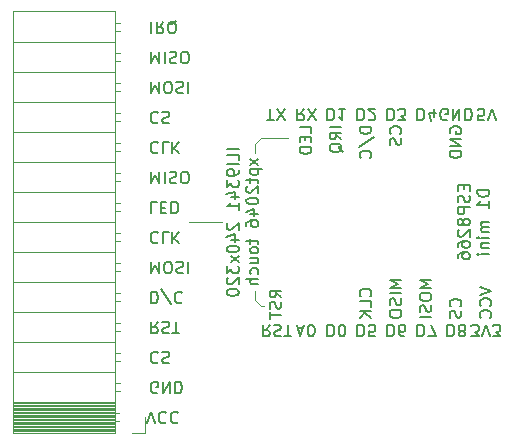
<source format=gbo>
G04 #@! TF.GenerationSoftware,KiCad,Pcbnew,(5.1.10)-1*
G04 #@! TF.CreationDate,2021-09-27T00:24:43+02:00*
G04 #@! TF.ProjectId,ili9341,696c6939-3334-4312-9e6b-696361645f70,rev?*
G04 #@! TF.SameCoordinates,Original*
G04 #@! TF.FileFunction,Legend,Bot*
G04 #@! TF.FilePolarity,Positive*
%FSLAX46Y46*%
G04 Gerber Fmt 4.6, Leading zero omitted, Abs format (unit mm)*
G04 Created by KiCad (PCBNEW (5.1.10)-1) date 2021-09-27 00:24:43*
%MOMM*%
%LPD*%
G01*
G04 APERTURE LIST*
%ADD10C,0.120000*%
%ADD11C,0.150000*%
%ADD12O,1.700000X1.700000*%
%ADD13R,1.700000X1.700000*%
%ADD14C,5.600000*%
%ADD15O,1.600000X2.000000*%
%ADD16R,2.000000X2.000000*%
G04 APERTURE END LIST*
D10*
X92710000Y-77470000D02*
X89916000Y-77470000D01*
X95504000Y-70866000D02*
X95504000Y-71628000D01*
X96012000Y-84582000D02*
X96266000Y-84582000D01*
X95504000Y-84074000D02*
X96012000Y-84582000D01*
X95504000Y-83312000D02*
X95504000Y-84074000D01*
X96012000Y-70358000D02*
X95504000Y-70866000D01*
X98298000Y-70358000D02*
X96012000Y-70358000D01*
D11*
X114514380Y-82992595D02*
X115514380Y-83325928D01*
X114514380Y-83659261D01*
X115419142Y-84564023D02*
X115466761Y-84516404D01*
X115514380Y-84373547D01*
X115514380Y-84278309D01*
X115466761Y-84135452D01*
X115371523Y-84040214D01*
X115276285Y-83992595D01*
X115085809Y-83944976D01*
X114942952Y-83944976D01*
X114752476Y-83992595D01*
X114657238Y-84040214D01*
X114562000Y-84135452D01*
X114514380Y-84278309D01*
X114514380Y-84373547D01*
X114562000Y-84516404D01*
X114609619Y-84564023D01*
X115419142Y-85564023D02*
X115466761Y-85516404D01*
X115514380Y-85373547D01*
X115514380Y-85278309D01*
X115466761Y-85135452D01*
X115371523Y-85040214D01*
X115276285Y-84992595D01*
X115085809Y-84944976D01*
X114942952Y-84944976D01*
X114752476Y-84992595D01*
X114657238Y-85040214D01*
X114562000Y-85135452D01*
X114514380Y-85278309D01*
X114514380Y-85373547D01*
X114562000Y-85516404D01*
X114609619Y-85564023D01*
X112022000Y-69947404D02*
X111974380Y-69852166D01*
X111974380Y-69709309D01*
X112022000Y-69566452D01*
X112117238Y-69471214D01*
X112212476Y-69423595D01*
X112402952Y-69375976D01*
X112545809Y-69375976D01*
X112736285Y-69423595D01*
X112831523Y-69471214D01*
X112926761Y-69566452D01*
X112974380Y-69709309D01*
X112974380Y-69804547D01*
X112926761Y-69947404D01*
X112879142Y-69995023D01*
X112545809Y-69995023D01*
X112545809Y-69804547D01*
X112974380Y-70423595D02*
X111974380Y-70423595D01*
X112974380Y-70995023D01*
X111974380Y-70995023D01*
X112974380Y-71471214D02*
X111974380Y-71471214D01*
X111974380Y-71709309D01*
X112022000Y-71852166D01*
X112117238Y-71947404D01*
X112212476Y-71995023D01*
X112402952Y-72042642D01*
X112545809Y-72042642D01*
X112736285Y-71995023D01*
X112831523Y-71947404D01*
X112926761Y-71852166D01*
X112974380Y-71709309D01*
X112974380Y-71471214D01*
X97734380Y-83849738D02*
X97258190Y-83516404D01*
X97734380Y-83278309D02*
X96734380Y-83278309D01*
X96734380Y-83659261D01*
X96782000Y-83754500D01*
X96829619Y-83802119D01*
X96924857Y-83849738D01*
X97067714Y-83849738D01*
X97162952Y-83802119D01*
X97210571Y-83754500D01*
X97258190Y-83659261D01*
X97258190Y-83278309D01*
X97686761Y-84230690D02*
X97734380Y-84373547D01*
X97734380Y-84611642D01*
X97686761Y-84706880D01*
X97639142Y-84754500D01*
X97543904Y-84802119D01*
X97448666Y-84802119D01*
X97353428Y-84754500D01*
X97305809Y-84706880D01*
X97258190Y-84611642D01*
X97210571Y-84421166D01*
X97162952Y-84325928D01*
X97115333Y-84278309D01*
X97020095Y-84230690D01*
X96924857Y-84230690D01*
X96829619Y-84278309D01*
X96782000Y-84325928D01*
X96734380Y-84421166D01*
X96734380Y-84659261D01*
X96782000Y-84802119D01*
X96734380Y-85087833D02*
X96734380Y-85659261D01*
X97734380Y-85373547D02*
X96734380Y-85373547D01*
X112879142Y-84611642D02*
X112926761Y-84564023D01*
X112974380Y-84421166D01*
X112974380Y-84325928D01*
X112926761Y-84183071D01*
X112831523Y-84087833D01*
X112736285Y-84040214D01*
X112545809Y-83992595D01*
X112402952Y-83992595D01*
X112212476Y-84040214D01*
X112117238Y-84087833D01*
X112022000Y-84183071D01*
X111974380Y-84325928D01*
X111974380Y-84421166D01*
X112022000Y-84564023D01*
X112069619Y-84611642D01*
X112926761Y-84992595D02*
X112974380Y-85135452D01*
X112974380Y-85373547D01*
X112926761Y-85468785D01*
X112879142Y-85516404D01*
X112783904Y-85564023D01*
X112688666Y-85564023D01*
X112593428Y-85516404D01*
X112545809Y-85468785D01*
X112498190Y-85373547D01*
X112450571Y-85183071D01*
X112402952Y-85087833D01*
X112355333Y-85040214D01*
X112260095Y-84992595D01*
X112164857Y-84992595D01*
X112069619Y-85040214D01*
X112022000Y-85087833D01*
X111974380Y-85183071D01*
X111974380Y-85421166D01*
X112022000Y-85564023D01*
X110434380Y-82373547D02*
X109434380Y-82373547D01*
X110148666Y-82706880D01*
X109434380Y-83040214D01*
X110434380Y-83040214D01*
X109434380Y-83706880D02*
X109434380Y-83897357D01*
X109482000Y-83992595D01*
X109577238Y-84087833D01*
X109767714Y-84135452D01*
X110101047Y-84135452D01*
X110291523Y-84087833D01*
X110386761Y-83992595D01*
X110434380Y-83897357D01*
X110434380Y-83706880D01*
X110386761Y-83611642D01*
X110291523Y-83516404D01*
X110101047Y-83468785D01*
X109767714Y-83468785D01*
X109577238Y-83516404D01*
X109482000Y-83611642D01*
X109434380Y-83706880D01*
X110386761Y-84516404D02*
X110434380Y-84659261D01*
X110434380Y-84897357D01*
X110386761Y-84992595D01*
X110339142Y-85040214D01*
X110243904Y-85087833D01*
X110148666Y-85087833D01*
X110053428Y-85040214D01*
X110005809Y-84992595D01*
X109958190Y-84897357D01*
X109910571Y-84706880D01*
X109862952Y-84611642D01*
X109815333Y-84564023D01*
X109720095Y-84516404D01*
X109624857Y-84516404D01*
X109529619Y-84564023D01*
X109482000Y-84611642D01*
X109434380Y-84706880D01*
X109434380Y-84944976D01*
X109482000Y-85087833D01*
X110434380Y-85516404D02*
X109434380Y-85516404D01*
X107894380Y-82373547D02*
X106894380Y-82373547D01*
X107608666Y-82706880D01*
X106894380Y-83040214D01*
X107894380Y-83040214D01*
X107894380Y-83516404D02*
X106894380Y-83516404D01*
X107846761Y-83944976D02*
X107894380Y-84087833D01*
X107894380Y-84325928D01*
X107846761Y-84421166D01*
X107799142Y-84468785D01*
X107703904Y-84516404D01*
X107608666Y-84516404D01*
X107513428Y-84468785D01*
X107465809Y-84421166D01*
X107418190Y-84325928D01*
X107370571Y-84135452D01*
X107322952Y-84040214D01*
X107275333Y-83992595D01*
X107180095Y-83944976D01*
X107084857Y-83944976D01*
X106989619Y-83992595D01*
X106942000Y-84040214D01*
X106894380Y-84135452D01*
X106894380Y-84373547D01*
X106942000Y-84516404D01*
X106894380Y-85135452D02*
X106894380Y-85325928D01*
X106942000Y-85421166D01*
X107037238Y-85516404D01*
X107227714Y-85564023D01*
X107561047Y-85564023D01*
X107751523Y-85516404D01*
X107846761Y-85421166D01*
X107894380Y-85325928D01*
X107894380Y-85135452D01*
X107846761Y-85040214D01*
X107751523Y-84944976D01*
X107561047Y-84897357D01*
X107227714Y-84897357D01*
X107037238Y-84944976D01*
X106942000Y-85040214D01*
X106894380Y-85135452D01*
X105259142Y-83754500D02*
X105306761Y-83706880D01*
X105354380Y-83564023D01*
X105354380Y-83468785D01*
X105306761Y-83325928D01*
X105211523Y-83230690D01*
X105116285Y-83183071D01*
X104925809Y-83135452D01*
X104782952Y-83135452D01*
X104592476Y-83183071D01*
X104497238Y-83230690D01*
X104402000Y-83325928D01*
X104354380Y-83468785D01*
X104354380Y-83564023D01*
X104402000Y-83706880D01*
X104449619Y-83754500D01*
X105354380Y-84659261D02*
X105354380Y-84183071D01*
X104354380Y-84183071D01*
X105354380Y-84992595D02*
X104354380Y-84992595D01*
X105354380Y-85564023D02*
X104782952Y-85135452D01*
X104354380Y-85564023D02*
X104925809Y-84992595D01*
X105354380Y-69423595D02*
X104354380Y-69423595D01*
X104354380Y-69661690D01*
X104402000Y-69804547D01*
X104497238Y-69899785D01*
X104592476Y-69947404D01*
X104782952Y-69995023D01*
X104925809Y-69995023D01*
X105116285Y-69947404D01*
X105211523Y-69899785D01*
X105306761Y-69804547D01*
X105354380Y-69661690D01*
X105354380Y-69423595D01*
X104306761Y-71137880D02*
X105592476Y-70280738D01*
X105259142Y-72042642D02*
X105306761Y-71995023D01*
X105354380Y-71852166D01*
X105354380Y-71756928D01*
X105306761Y-71614071D01*
X105211523Y-71518833D01*
X105116285Y-71471214D01*
X104925809Y-71423595D01*
X104782952Y-71423595D01*
X104592476Y-71471214D01*
X104497238Y-71518833D01*
X104402000Y-71614071D01*
X104354380Y-71756928D01*
X104354380Y-71852166D01*
X104402000Y-71995023D01*
X104449619Y-72042642D01*
X107799142Y-69995023D02*
X107846761Y-69947404D01*
X107894380Y-69804547D01*
X107894380Y-69709309D01*
X107846761Y-69566452D01*
X107751523Y-69471214D01*
X107656285Y-69423595D01*
X107465809Y-69375976D01*
X107322952Y-69375976D01*
X107132476Y-69423595D01*
X107037238Y-69471214D01*
X106942000Y-69566452D01*
X106894380Y-69709309D01*
X106894380Y-69804547D01*
X106942000Y-69947404D01*
X106989619Y-69995023D01*
X107846761Y-70375976D02*
X107894380Y-70518833D01*
X107894380Y-70756928D01*
X107846761Y-70852166D01*
X107799142Y-70899785D01*
X107703904Y-70947404D01*
X107608666Y-70947404D01*
X107513428Y-70899785D01*
X107465809Y-70852166D01*
X107418190Y-70756928D01*
X107370571Y-70566452D01*
X107322952Y-70471214D01*
X107275333Y-70423595D01*
X107180095Y-70375976D01*
X107084857Y-70375976D01*
X106989619Y-70423595D01*
X106942000Y-70471214D01*
X106894380Y-70566452D01*
X106894380Y-70804547D01*
X106942000Y-70947404D01*
X100274380Y-69899785D02*
X100274380Y-69423595D01*
X99274380Y-69423595D01*
X99750571Y-70233119D02*
X99750571Y-70566452D01*
X100274380Y-70709309D02*
X100274380Y-70233119D01*
X99274380Y-70233119D01*
X99274380Y-70709309D01*
X100274380Y-71137880D02*
X99274380Y-71137880D01*
X99274380Y-71375976D01*
X99322000Y-71518833D01*
X99417238Y-71614071D01*
X99512476Y-71661690D01*
X99702952Y-71709309D01*
X99845809Y-71709309D01*
X100036285Y-71661690D01*
X100131523Y-71614071D01*
X100226761Y-71518833D01*
X100274380Y-71375976D01*
X100274380Y-71137880D01*
X102814380Y-69423595D02*
X101814380Y-69423595D01*
X102814380Y-70471214D02*
X102338190Y-70137880D01*
X102814380Y-69899785D02*
X101814380Y-69899785D01*
X101814380Y-70280738D01*
X101862000Y-70375976D01*
X101909619Y-70423595D01*
X102004857Y-70471214D01*
X102147714Y-70471214D01*
X102242952Y-70423595D01*
X102290571Y-70375976D01*
X102338190Y-70280738D01*
X102338190Y-69899785D01*
X102909619Y-71566452D02*
X102862000Y-71471214D01*
X102766761Y-71375976D01*
X102623904Y-71233119D01*
X102576285Y-71137880D01*
X102576285Y-71042642D01*
X102814380Y-71090261D02*
X102766761Y-70995023D01*
X102671523Y-70899785D01*
X102481047Y-70852166D01*
X102147714Y-70852166D01*
X101957238Y-70899785D01*
X101862000Y-70995023D01*
X101814380Y-71090261D01*
X101814380Y-71280738D01*
X101862000Y-71375976D01*
X101957238Y-71471214D01*
X102147714Y-71518833D01*
X102481047Y-71518833D01*
X102671523Y-71471214D01*
X102766761Y-71375976D01*
X102814380Y-71280738D01*
X102814380Y-71090261D01*
X113149571Y-74374761D02*
X113149571Y-74708095D01*
X113673380Y-74850952D02*
X113673380Y-74374761D01*
X112673380Y-74374761D01*
X112673380Y-74850952D01*
X113625761Y-75231904D02*
X113673380Y-75374761D01*
X113673380Y-75612857D01*
X113625761Y-75708095D01*
X113578142Y-75755714D01*
X113482904Y-75803333D01*
X113387666Y-75803333D01*
X113292428Y-75755714D01*
X113244809Y-75708095D01*
X113197190Y-75612857D01*
X113149571Y-75422380D01*
X113101952Y-75327142D01*
X113054333Y-75279523D01*
X112959095Y-75231904D01*
X112863857Y-75231904D01*
X112768619Y-75279523D01*
X112721000Y-75327142D01*
X112673380Y-75422380D01*
X112673380Y-75660476D01*
X112721000Y-75803333D01*
X113673380Y-76231904D02*
X112673380Y-76231904D01*
X112673380Y-76612857D01*
X112721000Y-76708095D01*
X112768619Y-76755714D01*
X112863857Y-76803333D01*
X113006714Y-76803333D01*
X113101952Y-76755714D01*
X113149571Y-76708095D01*
X113197190Y-76612857D01*
X113197190Y-76231904D01*
X113101952Y-77374761D02*
X113054333Y-77279523D01*
X113006714Y-77231904D01*
X112911476Y-77184285D01*
X112863857Y-77184285D01*
X112768619Y-77231904D01*
X112721000Y-77279523D01*
X112673380Y-77374761D01*
X112673380Y-77565238D01*
X112721000Y-77660476D01*
X112768619Y-77708095D01*
X112863857Y-77755714D01*
X112911476Y-77755714D01*
X113006714Y-77708095D01*
X113054333Y-77660476D01*
X113101952Y-77565238D01*
X113101952Y-77374761D01*
X113149571Y-77279523D01*
X113197190Y-77231904D01*
X113292428Y-77184285D01*
X113482904Y-77184285D01*
X113578142Y-77231904D01*
X113625761Y-77279523D01*
X113673380Y-77374761D01*
X113673380Y-77565238D01*
X113625761Y-77660476D01*
X113578142Y-77708095D01*
X113482904Y-77755714D01*
X113292428Y-77755714D01*
X113197190Y-77708095D01*
X113149571Y-77660476D01*
X113101952Y-77565238D01*
X112768619Y-78136666D02*
X112721000Y-78184285D01*
X112673380Y-78279523D01*
X112673380Y-78517619D01*
X112721000Y-78612857D01*
X112768619Y-78660476D01*
X112863857Y-78708095D01*
X112959095Y-78708095D01*
X113101952Y-78660476D01*
X113673380Y-78089047D01*
X113673380Y-78708095D01*
X112673380Y-79565238D02*
X112673380Y-79374761D01*
X112721000Y-79279523D01*
X112768619Y-79231904D01*
X112911476Y-79136666D01*
X113101952Y-79089047D01*
X113482904Y-79089047D01*
X113578142Y-79136666D01*
X113625761Y-79184285D01*
X113673380Y-79279523D01*
X113673380Y-79470000D01*
X113625761Y-79565238D01*
X113578142Y-79612857D01*
X113482904Y-79660476D01*
X113244809Y-79660476D01*
X113149571Y-79612857D01*
X113101952Y-79565238D01*
X113054333Y-79470000D01*
X113054333Y-79279523D01*
X113101952Y-79184285D01*
X113149571Y-79136666D01*
X113244809Y-79089047D01*
X112673380Y-80517619D02*
X112673380Y-80327142D01*
X112721000Y-80231904D01*
X112768619Y-80184285D01*
X112911476Y-80089047D01*
X113101952Y-80041428D01*
X113482904Y-80041428D01*
X113578142Y-80089047D01*
X113625761Y-80136666D01*
X113673380Y-80231904D01*
X113673380Y-80422380D01*
X113625761Y-80517619D01*
X113578142Y-80565238D01*
X113482904Y-80612857D01*
X113244809Y-80612857D01*
X113149571Y-80565238D01*
X113101952Y-80517619D01*
X113054333Y-80422380D01*
X113054333Y-80231904D01*
X113101952Y-80136666D01*
X113149571Y-80089047D01*
X113244809Y-80041428D01*
X115323380Y-74755714D02*
X114323380Y-74755714D01*
X114323380Y-74993809D01*
X114371000Y-75136666D01*
X114466238Y-75231904D01*
X114561476Y-75279523D01*
X114751952Y-75327142D01*
X114894809Y-75327142D01*
X115085285Y-75279523D01*
X115180523Y-75231904D01*
X115275761Y-75136666D01*
X115323380Y-74993809D01*
X115323380Y-74755714D01*
X115323380Y-76279523D02*
X115323380Y-75708095D01*
X115323380Y-75993809D02*
X114323380Y-75993809D01*
X114466238Y-75898571D01*
X114561476Y-75803333D01*
X114609095Y-75708095D01*
X115323380Y-77470000D02*
X114656714Y-77470000D01*
X114751952Y-77470000D02*
X114704333Y-77517619D01*
X114656714Y-77612857D01*
X114656714Y-77755714D01*
X114704333Y-77850952D01*
X114799571Y-77898571D01*
X115323380Y-77898571D01*
X114799571Y-77898571D02*
X114704333Y-77946190D01*
X114656714Y-78041428D01*
X114656714Y-78184285D01*
X114704333Y-78279523D01*
X114799571Y-78327142D01*
X115323380Y-78327142D01*
X115323380Y-78803333D02*
X114656714Y-78803333D01*
X114323380Y-78803333D02*
X114371000Y-78755714D01*
X114418619Y-78803333D01*
X114371000Y-78850952D01*
X114323380Y-78803333D01*
X114418619Y-78803333D01*
X114656714Y-79279523D02*
X115323380Y-79279523D01*
X114751952Y-79279523D02*
X114704333Y-79327142D01*
X114656714Y-79422380D01*
X114656714Y-79565238D01*
X114704333Y-79660476D01*
X114799571Y-79708095D01*
X115323380Y-79708095D01*
X115323380Y-80184285D02*
X114656714Y-80184285D01*
X114323380Y-80184285D02*
X114371000Y-80136666D01*
X114418619Y-80184285D01*
X114371000Y-80231904D01*
X114323380Y-80184285D01*
X114418619Y-80184285D01*
X94115380Y-71279523D02*
X93115380Y-71279523D01*
X94115380Y-72231904D02*
X94115380Y-71755714D01*
X93115380Y-71755714D01*
X94115380Y-72565238D02*
X93115380Y-72565238D01*
X94115380Y-73089047D02*
X94115380Y-73279523D01*
X94067761Y-73374761D01*
X94020142Y-73422380D01*
X93877285Y-73517619D01*
X93686809Y-73565238D01*
X93305857Y-73565238D01*
X93210619Y-73517619D01*
X93163000Y-73470000D01*
X93115380Y-73374761D01*
X93115380Y-73184285D01*
X93163000Y-73089047D01*
X93210619Y-73041428D01*
X93305857Y-72993809D01*
X93543952Y-72993809D01*
X93639190Y-73041428D01*
X93686809Y-73089047D01*
X93734428Y-73184285D01*
X93734428Y-73374761D01*
X93686809Y-73470000D01*
X93639190Y-73517619D01*
X93543952Y-73565238D01*
X93115380Y-73898571D02*
X93115380Y-74517619D01*
X93496333Y-74184285D01*
X93496333Y-74327142D01*
X93543952Y-74422380D01*
X93591571Y-74470000D01*
X93686809Y-74517619D01*
X93924904Y-74517619D01*
X94020142Y-74470000D01*
X94067761Y-74422380D01*
X94115380Y-74327142D01*
X94115380Y-74041428D01*
X94067761Y-73946190D01*
X94020142Y-73898571D01*
X93448714Y-75374761D02*
X94115380Y-75374761D01*
X93067761Y-75136666D02*
X93782047Y-74898571D01*
X93782047Y-75517619D01*
X94115380Y-76422380D02*
X94115380Y-75850952D01*
X94115380Y-76136666D02*
X93115380Y-76136666D01*
X93258238Y-76041428D01*
X93353476Y-75946190D01*
X93401095Y-75850952D01*
X93210619Y-77565238D02*
X93163000Y-77612857D01*
X93115380Y-77708095D01*
X93115380Y-77946190D01*
X93163000Y-78041428D01*
X93210619Y-78089047D01*
X93305857Y-78136666D01*
X93401095Y-78136666D01*
X93543952Y-78089047D01*
X94115380Y-77517619D01*
X94115380Y-78136666D01*
X93448714Y-78993809D02*
X94115380Y-78993809D01*
X93067761Y-78755714D02*
X93782047Y-78517619D01*
X93782047Y-79136666D01*
X93115380Y-79708095D02*
X93115380Y-79803333D01*
X93163000Y-79898571D01*
X93210619Y-79946190D01*
X93305857Y-79993809D01*
X93496333Y-80041428D01*
X93734428Y-80041428D01*
X93924904Y-79993809D01*
X94020142Y-79946190D01*
X94067761Y-79898571D01*
X94115380Y-79803333D01*
X94115380Y-79708095D01*
X94067761Y-79612857D01*
X94020142Y-79565238D01*
X93924904Y-79517619D01*
X93734428Y-79470000D01*
X93496333Y-79470000D01*
X93305857Y-79517619D01*
X93210619Y-79565238D01*
X93163000Y-79612857D01*
X93115380Y-79708095D01*
X94115380Y-80374761D02*
X93448714Y-80898571D01*
X93448714Y-80374761D02*
X94115380Y-80898571D01*
X93115380Y-81184285D02*
X93115380Y-81803333D01*
X93496333Y-81470000D01*
X93496333Y-81612857D01*
X93543952Y-81708095D01*
X93591571Y-81755714D01*
X93686809Y-81803333D01*
X93924904Y-81803333D01*
X94020142Y-81755714D01*
X94067761Y-81708095D01*
X94115380Y-81612857D01*
X94115380Y-81327142D01*
X94067761Y-81231904D01*
X94020142Y-81184285D01*
X93210619Y-82184285D02*
X93163000Y-82231904D01*
X93115380Y-82327142D01*
X93115380Y-82565238D01*
X93163000Y-82660476D01*
X93210619Y-82708095D01*
X93305857Y-82755714D01*
X93401095Y-82755714D01*
X93543952Y-82708095D01*
X94115380Y-82136666D01*
X94115380Y-82755714D01*
X93115380Y-83374761D02*
X93115380Y-83470000D01*
X93163000Y-83565238D01*
X93210619Y-83612857D01*
X93305857Y-83660476D01*
X93496333Y-83708095D01*
X93734428Y-83708095D01*
X93924904Y-83660476D01*
X94020142Y-83612857D01*
X94067761Y-83565238D01*
X94115380Y-83470000D01*
X94115380Y-83374761D01*
X94067761Y-83279523D01*
X94020142Y-83231904D01*
X93924904Y-83184285D01*
X93734428Y-83136666D01*
X93496333Y-83136666D01*
X93305857Y-83184285D01*
X93210619Y-83231904D01*
X93163000Y-83279523D01*
X93115380Y-83374761D01*
X95765380Y-72112857D02*
X95098714Y-72636666D01*
X95098714Y-72112857D02*
X95765380Y-72636666D01*
X95098714Y-73017619D02*
X96098714Y-73017619D01*
X95146333Y-73017619D02*
X95098714Y-73112857D01*
X95098714Y-73303333D01*
X95146333Y-73398571D01*
X95193952Y-73446190D01*
X95289190Y-73493809D01*
X95574904Y-73493809D01*
X95670142Y-73446190D01*
X95717761Y-73398571D01*
X95765380Y-73303333D01*
X95765380Y-73112857D01*
X95717761Y-73017619D01*
X95098714Y-73779523D02*
X95098714Y-74160476D01*
X94765380Y-73922380D02*
X95622523Y-73922380D01*
X95717761Y-73970000D01*
X95765380Y-74065238D01*
X95765380Y-74160476D01*
X94860619Y-74446190D02*
X94813000Y-74493809D01*
X94765380Y-74589047D01*
X94765380Y-74827142D01*
X94813000Y-74922380D01*
X94860619Y-74970000D01*
X94955857Y-75017619D01*
X95051095Y-75017619D01*
X95193952Y-74970000D01*
X95765380Y-74398571D01*
X95765380Y-75017619D01*
X94765380Y-75636666D02*
X94765380Y-75731904D01*
X94813000Y-75827142D01*
X94860619Y-75874761D01*
X94955857Y-75922380D01*
X95146333Y-75970000D01*
X95384428Y-75970000D01*
X95574904Y-75922380D01*
X95670142Y-75874761D01*
X95717761Y-75827142D01*
X95765380Y-75731904D01*
X95765380Y-75636666D01*
X95717761Y-75541428D01*
X95670142Y-75493809D01*
X95574904Y-75446190D01*
X95384428Y-75398571D01*
X95146333Y-75398571D01*
X94955857Y-75446190D01*
X94860619Y-75493809D01*
X94813000Y-75541428D01*
X94765380Y-75636666D01*
X95098714Y-76827142D02*
X95765380Y-76827142D01*
X94717761Y-76589047D02*
X95432047Y-76350952D01*
X95432047Y-76970000D01*
X94765380Y-77779523D02*
X94765380Y-77589047D01*
X94813000Y-77493809D01*
X94860619Y-77446190D01*
X95003476Y-77350952D01*
X95193952Y-77303333D01*
X95574904Y-77303333D01*
X95670142Y-77350952D01*
X95717761Y-77398571D01*
X95765380Y-77493809D01*
X95765380Y-77684285D01*
X95717761Y-77779523D01*
X95670142Y-77827142D01*
X95574904Y-77874761D01*
X95336809Y-77874761D01*
X95241571Y-77827142D01*
X95193952Y-77779523D01*
X95146333Y-77684285D01*
X95146333Y-77493809D01*
X95193952Y-77398571D01*
X95241571Y-77350952D01*
X95336809Y-77303333D01*
X95098714Y-78922380D02*
X95098714Y-79303333D01*
X94765380Y-79065238D02*
X95622523Y-79065238D01*
X95717761Y-79112857D01*
X95765380Y-79208095D01*
X95765380Y-79303333D01*
X95765380Y-79779523D02*
X95717761Y-79684285D01*
X95670142Y-79636666D01*
X95574904Y-79589047D01*
X95289190Y-79589047D01*
X95193952Y-79636666D01*
X95146333Y-79684285D01*
X95098714Y-79779523D01*
X95098714Y-79922380D01*
X95146333Y-80017619D01*
X95193952Y-80065238D01*
X95289190Y-80112857D01*
X95574904Y-80112857D01*
X95670142Y-80065238D01*
X95717761Y-80017619D01*
X95765380Y-79922380D01*
X95765380Y-79779523D01*
X95098714Y-80970000D02*
X95765380Y-80970000D01*
X95098714Y-80541428D02*
X95622523Y-80541428D01*
X95717761Y-80589047D01*
X95765380Y-80684285D01*
X95765380Y-80827142D01*
X95717761Y-80922380D01*
X95670142Y-80970000D01*
X95717761Y-81874761D02*
X95765380Y-81779523D01*
X95765380Y-81589047D01*
X95717761Y-81493809D01*
X95670142Y-81446190D01*
X95574904Y-81398571D01*
X95289190Y-81398571D01*
X95193952Y-81446190D01*
X95146333Y-81493809D01*
X95098714Y-81589047D01*
X95098714Y-81779523D01*
X95146333Y-81874761D01*
X95765380Y-82303333D02*
X94765380Y-82303333D01*
X95765380Y-82731904D02*
X95241571Y-82731904D01*
X95146333Y-82684285D01*
X95098714Y-82589047D01*
X95098714Y-82446190D01*
X95146333Y-82350952D01*
X95193952Y-82303333D01*
X114871523Y-68873619D02*
X114395333Y-68873619D01*
X114347714Y-68397428D01*
X114395333Y-68445047D01*
X114490571Y-68492666D01*
X114728666Y-68492666D01*
X114823904Y-68445047D01*
X114871523Y-68397428D01*
X114919142Y-68302190D01*
X114919142Y-68064095D01*
X114871523Y-67968857D01*
X114823904Y-67921238D01*
X114728666Y-67873619D01*
X114490571Y-67873619D01*
X114395333Y-67921238D01*
X114347714Y-67968857D01*
X115204857Y-68873619D02*
X115538190Y-67873619D01*
X115871523Y-68873619D01*
X111760095Y-68826000D02*
X111664857Y-68873619D01*
X111522000Y-68873619D01*
X111379142Y-68826000D01*
X111283904Y-68730761D01*
X111236285Y-68635523D01*
X111188666Y-68445047D01*
X111188666Y-68302190D01*
X111236285Y-68111714D01*
X111283904Y-68016476D01*
X111379142Y-67921238D01*
X111522000Y-67873619D01*
X111617238Y-67873619D01*
X111760095Y-67921238D01*
X111807714Y-67968857D01*
X111807714Y-68302190D01*
X111617238Y-68302190D01*
X112236285Y-67873619D02*
X112236285Y-68873619D01*
X112807714Y-67873619D01*
X112807714Y-68873619D01*
X113283904Y-67873619D02*
X113283904Y-68873619D01*
X113522000Y-68873619D01*
X113664857Y-68826000D01*
X113760095Y-68730761D01*
X113807714Y-68635523D01*
X113855333Y-68445047D01*
X113855333Y-68302190D01*
X113807714Y-68111714D01*
X113760095Y-68016476D01*
X113664857Y-67921238D01*
X113522000Y-67873619D01*
X113283904Y-67873619D01*
X109243904Y-67873619D02*
X109243904Y-68873619D01*
X109482000Y-68873619D01*
X109624857Y-68826000D01*
X109720095Y-68730761D01*
X109767714Y-68635523D01*
X109815333Y-68445047D01*
X109815333Y-68302190D01*
X109767714Y-68111714D01*
X109720095Y-68016476D01*
X109624857Y-67921238D01*
X109482000Y-67873619D01*
X109243904Y-67873619D01*
X110672476Y-68540285D02*
X110672476Y-67873619D01*
X110434380Y-68921238D02*
X110196285Y-68206952D01*
X110815333Y-68206952D01*
X106703904Y-67873619D02*
X106703904Y-68873619D01*
X106942000Y-68873619D01*
X107084857Y-68826000D01*
X107180095Y-68730761D01*
X107227714Y-68635523D01*
X107275333Y-68445047D01*
X107275333Y-68302190D01*
X107227714Y-68111714D01*
X107180095Y-68016476D01*
X107084857Y-67921238D01*
X106942000Y-67873619D01*
X106703904Y-67873619D01*
X107608666Y-68873619D02*
X108227714Y-68873619D01*
X107894380Y-68492666D01*
X108037238Y-68492666D01*
X108132476Y-68445047D01*
X108180095Y-68397428D01*
X108227714Y-68302190D01*
X108227714Y-68064095D01*
X108180095Y-67968857D01*
X108132476Y-67921238D01*
X108037238Y-67873619D01*
X107751523Y-67873619D01*
X107656285Y-67921238D01*
X107608666Y-67968857D01*
X104163904Y-67873619D02*
X104163904Y-68873619D01*
X104402000Y-68873619D01*
X104544857Y-68826000D01*
X104640095Y-68730761D01*
X104687714Y-68635523D01*
X104735333Y-68445047D01*
X104735333Y-68302190D01*
X104687714Y-68111714D01*
X104640095Y-68016476D01*
X104544857Y-67921238D01*
X104402000Y-67873619D01*
X104163904Y-67873619D01*
X105116285Y-68778380D02*
X105163904Y-68826000D01*
X105259142Y-68873619D01*
X105497238Y-68873619D01*
X105592476Y-68826000D01*
X105640095Y-68778380D01*
X105687714Y-68683142D01*
X105687714Y-68587904D01*
X105640095Y-68445047D01*
X105068666Y-67873619D01*
X105687714Y-67873619D01*
X101623904Y-67873619D02*
X101623904Y-68873619D01*
X101862000Y-68873619D01*
X102004857Y-68826000D01*
X102100095Y-68730761D01*
X102147714Y-68635523D01*
X102195333Y-68445047D01*
X102195333Y-68302190D01*
X102147714Y-68111714D01*
X102100095Y-68016476D01*
X102004857Y-67921238D01*
X101862000Y-67873619D01*
X101623904Y-67873619D01*
X103147714Y-67873619D02*
X102576285Y-67873619D01*
X102862000Y-67873619D02*
X102862000Y-68873619D01*
X102766761Y-68730761D01*
X102671523Y-68635523D01*
X102576285Y-68587904D01*
X99655333Y-67873619D02*
X99322000Y-68349809D01*
X99083904Y-67873619D02*
X99083904Y-68873619D01*
X99464857Y-68873619D01*
X99560095Y-68826000D01*
X99607714Y-68778380D01*
X99655333Y-68683142D01*
X99655333Y-68540285D01*
X99607714Y-68445047D01*
X99560095Y-68397428D01*
X99464857Y-68349809D01*
X99083904Y-68349809D01*
X99988666Y-68873619D02*
X100655333Y-67873619D01*
X100655333Y-68873619D02*
X99988666Y-67873619D01*
X96520095Y-68873619D02*
X97091523Y-68873619D01*
X96805809Y-67873619D02*
X96805809Y-68873619D01*
X97329619Y-68873619D02*
X97996285Y-67873619D01*
X97996285Y-68873619D02*
X97329619Y-67873619D01*
X109243904Y-86161619D02*
X109243904Y-87161619D01*
X109482000Y-87161619D01*
X109624857Y-87114000D01*
X109720095Y-87018761D01*
X109767714Y-86923523D01*
X109815333Y-86733047D01*
X109815333Y-86590190D01*
X109767714Y-86399714D01*
X109720095Y-86304476D01*
X109624857Y-86209238D01*
X109482000Y-86161619D01*
X109243904Y-86161619D01*
X110148666Y-87161619D02*
X110815333Y-87161619D01*
X110386761Y-86161619D01*
X106703904Y-86161619D02*
X106703904Y-87161619D01*
X106942000Y-87161619D01*
X107084857Y-87114000D01*
X107180095Y-87018761D01*
X107227714Y-86923523D01*
X107275333Y-86733047D01*
X107275333Y-86590190D01*
X107227714Y-86399714D01*
X107180095Y-86304476D01*
X107084857Y-86209238D01*
X106942000Y-86161619D01*
X106703904Y-86161619D01*
X108132476Y-87161619D02*
X107942000Y-87161619D01*
X107846761Y-87114000D01*
X107799142Y-87066380D01*
X107703904Y-86923523D01*
X107656285Y-86733047D01*
X107656285Y-86352095D01*
X107703904Y-86256857D01*
X107751523Y-86209238D01*
X107846761Y-86161619D01*
X108037238Y-86161619D01*
X108132476Y-86209238D01*
X108180095Y-86256857D01*
X108227714Y-86352095D01*
X108227714Y-86590190D01*
X108180095Y-86685428D01*
X108132476Y-86733047D01*
X108037238Y-86780666D01*
X107846761Y-86780666D01*
X107751523Y-86733047D01*
X107703904Y-86685428D01*
X107656285Y-86590190D01*
X113823904Y-87161619D02*
X114442952Y-87161619D01*
X114109619Y-86780666D01*
X114252476Y-86780666D01*
X114347714Y-86733047D01*
X114395333Y-86685428D01*
X114442952Y-86590190D01*
X114442952Y-86352095D01*
X114395333Y-86256857D01*
X114347714Y-86209238D01*
X114252476Y-86161619D01*
X113966761Y-86161619D01*
X113871523Y-86209238D01*
X113823904Y-86256857D01*
X114728666Y-87161619D02*
X115062000Y-86161619D01*
X115395333Y-87161619D01*
X115633428Y-87161619D02*
X116252476Y-87161619D01*
X115919142Y-86780666D01*
X116062000Y-86780666D01*
X116157238Y-86733047D01*
X116204857Y-86685428D01*
X116252476Y-86590190D01*
X116252476Y-86352095D01*
X116204857Y-86256857D01*
X116157238Y-86209238D01*
X116062000Y-86161619D01*
X115776285Y-86161619D01*
X115681047Y-86209238D01*
X115633428Y-86256857D01*
X111783904Y-86161619D02*
X111783904Y-87161619D01*
X112022000Y-87161619D01*
X112164857Y-87114000D01*
X112260095Y-87018761D01*
X112307714Y-86923523D01*
X112355333Y-86733047D01*
X112355333Y-86590190D01*
X112307714Y-86399714D01*
X112260095Y-86304476D01*
X112164857Y-86209238D01*
X112022000Y-86161619D01*
X111783904Y-86161619D01*
X112926761Y-86733047D02*
X112831523Y-86780666D01*
X112783904Y-86828285D01*
X112736285Y-86923523D01*
X112736285Y-86971142D01*
X112783904Y-87066380D01*
X112831523Y-87114000D01*
X112926761Y-87161619D01*
X113117238Y-87161619D01*
X113212476Y-87114000D01*
X113260095Y-87066380D01*
X113307714Y-86971142D01*
X113307714Y-86923523D01*
X113260095Y-86828285D01*
X113212476Y-86780666D01*
X113117238Y-86733047D01*
X112926761Y-86733047D01*
X112831523Y-86685428D01*
X112783904Y-86637809D01*
X112736285Y-86542571D01*
X112736285Y-86352095D01*
X112783904Y-86256857D01*
X112831523Y-86209238D01*
X112926761Y-86161619D01*
X113117238Y-86161619D01*
X113212476Y-86209238D01*
X113260095Y-86256857D01*
X113307714Y-86352095D01*
X113307714Y-86542571D01*
X113260095Y-86637809D01*
X113212476Y-86685428D01*
X113117238Y-86733047D01*
X104163904Y-86161619D02*
X104163904Y-87161619D01*
X104402000Y-87161619D01*
X104544857Y-87114000D01*
X104640095Y-87018761D01*
X104687714Y-86923523D01*
X104735333Y-86733047D01*
X104735333Y-86590190D01*
X104687714Y-86399714D01*
X104640095Y-86304476D01*
X104544857Y-86209238D01*
X104402000Y-86161619D01*
X104163904Y-86161619D01*
X105640095Y-87161619D02*
X105163904Y-87161619D01*
X105116285Y-86685428D01*
X105163904Y-86733047D01*
X105259142Y-86780666D01*
X105497238Y-86780666D01*
X105592476Y-86733047D01*
X105640095Y-86685428D01*
X105687714Y-86590190D01*
X105687714Y-86352095D01*
X105640095Y-86256857D01*
X105592476Y-86209238D01*
X105497238Y-86161619D01*
X105259142Y-86161619D01*
X105163904Y-86209238D01*
X105116285Y-86256857D01*
X101623904Y-86161619D02*
X101623904Y-87161619D01*
X101862000Y-87161619D01*
X102004857Y-87114000D01*
X102100095Y-87018761D01*
X102147714Y-86923523D01*
X102195333Y-86733047D01*
X102195333Y-86590190D01*
X102147714Y-86399714D01*
X102100095Y-86304476D01*
X102004857Y-86209238D01*
X101862000Y-86161619D01*
X101623904Y-86161619D01*
X102814380Y-87161619D02*
X102909619Y-87161619D01*
X103004857Y-87114000D01*
X103052476Y-87066380D01*
X103100095Y-86971142D01*
X103147714Y-86780666D01*
X103147714Y-86542571D01*
X103100095Y-86352095D01*
X103052476Y-86256857D01*
X103004857Y-86209238D01*
X102909619Y-86161619D01*
X102814380Y-86161619D01*
X102719142Y-86209238D01*
X102671523Y-86256857D01*
X102623904Y-86352095D01*
X102576285Y-86542571D01*
X102576285Y-86780666D01*
X102623904Y-86971142D01*
X102671523Y-87066380D01*
X102719142Y-87114000D01*
X102814380Y-87161619D01*
X99107714Y-86447333D02*
X99583904Y-86447333D01*
X99012476Y-86161619D02*
X99345809Y-87161619D01*
X99679142Y-86161619D01*
X100202952Y-87161619D02*
X100298190Y-87161619D01*
X100393428Y-87114000D01*
X100441047Y-87066380D01*
X100488666Y-86971142D01*
X100536285Y-86780666D01*
X100536285Y-86542571D01*
X100488666Y-86352095D01*
X100441047Y-86256857D01*
X100393428Y-86209238D01*
X100298190Y-86161619D01*
X100202952Y-86161619D01*
X100107714Y-86209238D01*
X100060095Y-86256857D01*
X100012476Y-86352095D01*
X99964857Y-86542571D01*
X99964857Y-86780666D01*
X100012476Y-86971142D01*
X100060095Y-87066380D01*
X100107714Y-87114000D01*
X100202952Y-87161619D01*
X96734380Y-86161619D02*
X96401047Y-86637809D01*
X96162952Y-86161619D02*
X96162952Y-87161619D01*
X96543904Y-87161619D01*
X96639142Y-87114000D01*
X96686761Y-87066380D01*
X96734380Y-86971142D01*
X96734380Y-86828285D01*
X96686761Y-86733047D01*
X96639142Y-86685428D01*
X96543904Y-86637809D01*
X96162952Y-86637809D01*
X97115333Y-86209238D02*
X97258190Y-86161619D01*
X97496285Y-86161619D01*
X97591523Y-86209238D01*
X97639142Y-86256857D01*
X97686761Y-86352095D01*
X97686761Y-86447333D01*
X97639142Y-86542571D01*
X97591523Y-86590190D01*
X97496285Y-86637809D01*
X97305809Y-86685428D01*
X97210571Y-86733047D01*
X97162952Y-86780666D01*
X97115333Y-86875904D01*
X97115333Y-86971142D01*
X97162952Y-87066380D01*
X97210571Y-87114000D01*
X97305809Y-87161619D01*
X97543904Y-87161619D01*
X97686761Y-87114000D01*
X97972476Y-87161619D02*
X98543904Y-87161619D01*
X98258190Y-86161619D02*
X98258190Y-87161619D01*
X87267023Y-70762857D02*
X87219404Y-70715238D01*
X87076547Y-70667619D01*
X86981309Y-70667619D01*
X86838452Y-70715238D01*
X86743214Y-70810476D01*
X86695595Y-70905714D01*
X86647976Y-71096190D01*
X86647976Y-71239047D01*
X86695595Y-71429523D01*
X86743214Y-71524761D01*
X86838452Y-71620000D01*
X86981309Y-71667619D01*
X87076547Y-71667619D01*
X87219404Y-71620000D01*
X87267023Y-71572380D01*
X88171785Y-70667619D02*
X87695595Y-70667619D01*
X87695595Y-71667619D01*
X88505119Y-70667619D02*
X88505119Y-71667619D01*
X89076547Y-70667619D02*
X88647976Y-71239047D01*
X89076547Y-71667619D02*
X88505119Y-71096190D01*
X86695595Y-63047619D02*
X86695595Y-64047619D01*
X87028928Y-63333333D01*
X87362261Y-64047619D01*
X87362261Y-63047619D01*
X87838452Y-63047619D02*
X87838452Y-64047619D01*
X88267023Y-63095238D02*
X88409880Y-63047619D01*
X88647976Y-63047619D01*
X88743214Y-63095238D01*
X88790833Y-63142857D01*
X88838452Y-63238095D01*
X88838452Y-63333333D01*
X88790833Y-63428571D01*
X88743214Y-63476190D01*
X88647976Y-63523809D01*
X88457500Y-63571428D01*
X88362261Y-63619047D01*
X88314642Y-63666666D01*
X88267023Y-63761904D01*
X88267023Y-63857142D01*
X88314642Y-63952380D01*
X88362261Y-64000000D01*
X88457500Y-64047619D01*
X88695595Y-64047619D01*
X88838452Y-64000000D01*
X89457500Y-64047619D02*
X89647976Y-64047619D01*
X89743214Y-64000000D01*
X89838452Y-63904761D01*
X89886071Y-63714285D01*
X89886071Y-63380952D01*
X89838452Y-63190476D01*
X89743214Y-63095238D01*
X89647976Y-63047619D01*
X89457500Y-63047619D01*
X89362261Y-63095238D01*
X89267023Y-63190476D01*
X89219404Y-63380952D01*
X89219404Y-63714285D01*
X89267023Y-63904761D01*
X89362261Y-64000000D01*
X89457500Y-64047619D01*
X86695595Y-65587619D02*
X86695595Y-66587619D01*
X87028928Y-65873333D01*
X87362261Y-66587619D01*
X87362261Y-65587619D01*
X88028928Y-66587619D02*
X88219404Y-66587619D01*
X88314642Y-66540000D01*
X88409880Y-66444761D01*
X88457500Y-66254285D01*
X88457500Y-65920952D01*
X88409880Y-65730476D01*
X88314642Y-65635238D01*
X88219404Y-65587619D01*
X88028928Y-65587619D01*
X87933690Y-65635238D01*
X87838452Y-65730476D01*
X87790833Y-65920952D01*
X87790833Y-66254285D01*
X87838452Y-66444761D01*
X87933690Y-66540000D01*
X88028928Y-66587619D01*
X88838452Y-65635238D02*
X88981309Y-65587619D01*
X89219404Y-65587619D01*
X89314642Y-65635238D01*
X89362261Y-65682857D01*
X89409880Y-65778095D01*
X89409880Y-65873333D01*
X89362261Y-65968571D01*
X89314642Y-66016190D01*
X89219404Y-66063809D01*
X89028928Y-66111428D01*
X88933690Y-66159047D01*
X88886071Y-66206666D01*
X88838452Y-66301904D01*
X88838452Y-66397142D01*
X88886071Y-66492380D01*
X88933690Y-66540000D01*
X89028928Y-66587619D01*
X89267023Y-66587619D01*
X89409880Y-66540000D01*
X89838452Y-65587619D02*
X89838452Y-66587619D01*
X86695595Y-83367619D02*
X86695595Y-84367619D01*
X86933690Y-84367619D01*
X87076547Y-84320000D01*
X87171785Y-84224761D01*
X87219404Y-84129523D01*
X87267023Y-83939047D01*
X87267023Y-83796190D01*
X87219404Y-83605714D01*
X87171785Y-83510476D01*
X87076547Y-83415238D01*
X86933690Y-83367619D01*
X86695595Y-83367619D01*
X88409880Y-84415238D02*
X87552738Y-83129523D01*
X89314642Y-83462857D02*
X89267023Y-83415238D01*
X89124166Y-83367619D01*
X89028928Y-83367619D01*
X88886071Y-83415238D01*
X88790833Y-83510476D01*
X88743214Y-83605714D01*
X88695595Y-83796190D01*
X88695595Y-83939047D01*
X88743214Y-84129523D01*
X88790833Y-84224761D01*
X88886071Y-84320000D01*
X89028928Y-84367619D01*
X89124166Y-84367619D01*
X89267023Y-84320000D01*
X89314642Y-84272380D01*
X87267023Y-68222857D02*
X87219404Y-68175238D01*
X87076547Y-68127619D01*
X86981309Y-68127619D01*
X86838452Y-68175238D01*
X86743214Y-68270476D01*
X86695595Y-68365714D01*
X86647976Y-68556190D01*
X86647976Y-68699047D01*
X86695595Y-68889523D01*
X86743214Y-68984761D01*
X86838452Y-69080000D01*
X86981309Y-69127619D01*
X87076547Y-69127619D01*
X87219404Y-69080000D01*
X87267023Y-69032380D01*
X87647976Y-68175238D02*
X87790833Y-68127619D01*
X88028928Y-68127619D01*
X88124166Y-68175238D01*
X88171785Y-68222857D01*
X88219404Y-68318095D01*
X88219404Y-68413333D01*
X88171785Y-68508571D01*
X88124166Y-68556190D01*
X88028928Y-68603809D01*
X87838452Y-68651428D01*
X87743214Y-68699047D01*
X87695595Y-68746666D01*
X87647976Y-68841904D01*
X87647976Y-68937142D01*
X87695595Y-69032380D01*
X87743214Y-69080000D01*
X87838452Y-69127619D01*
X88076547Y-69127619D01*
X88219404Y-69080000D01*
X87171785Y-75747619D02*
X86695595Y-75747619D01*
X86695595Y-76747619D01*
X87505119Y-76271428D02*
X87838452Y-76271428D01*
X87981309Y-75747619D02*
X87505119Y-75747619D01*
X87505119Y-76747619D01*
X87981309Y-76747619D01*
X88409880Y-75747619D02*
X88409880Y-76747619D01*
X88647976Y-76747619D01*
X88790833Y-76700000D01*
X88886071Y-76604761D01*
X88933690Y-76509523D01*
X88981309Y-76319047D01*
X88981309Y-76176190D01*
X88933690Y-75985714D01*
X88886071Y-75890476D01*
X88790833Y-75795238D01*
X88647976Y-75747619D01*
X88409880Y-75747619D01*
X86392738Y-94527619D02*
X86726071Y-93527619D01*
X87059404Y-94527619D01*
X87964166Y-93622857D02*
X87916547Y-93575238D01*
X87773690Y-93527619D01*
X87678452Y-93527619D01*
X87535595Y-93575238D01*
X87440357Y-93670476D01*
X87392738Y-93765714D01*
X87345119Y-93956190D01*
X87345119Y-94099047D01*
X87392738Y-94289523D01*
X87440357Y-94384761D01*
X87535595Y-94480000D01*
X87678452Y-94527619D01*
X87773690Y-94527619D01*
X87916547Y-94480000D01*
X87964166Y-94432380D01*
X88964166Y-93622857D02*
X88916547Y-93575238D01*
X88773690Y-93527619D01*
X88678452Y-93527619D01*
X88535595Y-93575238D01*
X88440357Y-93670476D01*
X88392738Y-93765714D01*
X88345119Y-93956190D01*
X88345119Y-94099047D01*
X88392738Y-94289523D01*
X88440357Y-94384761D01*
X88535595Y-94480000D01*
X88678452Y-94527619D01*
X88773690Y-94527619D01*
X88916547Y-94480000D01*
X88964166Y-94432380D01*
X87267023Y-85907619D02*
X86933690Y-86383809D01*
X86695595Y-85907619D02*
X86695595Y-86907619D01*
X87076547Y-86907619D01*
X87171785Y-86860000D01*
X87219404Y-86812380D01*
X87267023Y-86717142D01*
X87267023Y-86574285D01*
X87219404Y-86479047D01*
X87171785Y-86431428D01*
X87076547Y-86383809D01*
X86695595Y-86383809D01*
X87647976Y-85955238D02*
X87790833Y-85907619D01*
X88028928Y-85907619D01*
X88124166Y-85955238D01*
X88171785Y-86002857D01*
X88219404Y-86098095D01*
X88219404Y-86193333D01*
X88171785Y-86288571D01*
X88124166Y-86336190D01*
X88028928Y-86383809D01*
X87838452Y-86431428D01*
X87743214Y-86479047D01*
X87695595Y-86526666D01*
X87647976Y-86621904D01*
X87647976Y-86717142D01*
X87695595Y-86812380D01*
X87743214Y-86860000D01*
X87838452Y-86907619D01*
X88076547Y-86907619D01*
X88219404Y-86860000D01*
X88505119Y-86907619D02*
X89076547Y-86907619D01*
X88790833Y-85907619D02*
X88790833Y-86907619D01*
X87219404Y-91940000D02*
X87124166Y-91987619D01*
X86981309Y-91987619D01*
X86838452Y-91940000D01*
X86743214Y-91844761D01*
X86695595Y-91749523D01*
X86647976Y-91559047D01*
X86647976Y-91416190D01*
X86695595Y-91225714D01*
X86743214Y-91130476D01*
X86838452Y-91035238D01*
X86981309Y-90987619D01*
X87076547Y-90987619D01*
X87219404Y-91035238D01*
X87267023Y-91082857D01*
X87267023Y-91416190D01*
X87076547Y-91416190D01*
X87695595Y-90987619D02*
X87695595Y-91987619D01*
X88267023Y-90987619D01*
X88267023Y-91987619D01*
X88743214Y-90987619D02*
X88743214Y-91987619D01*
X88981309Y-91987619D01*
X89124166Y-91940000D01*
X89219404Y-91844761D01*
X89267023Y-91749523D01*
X89314642Y-91559047D01*
X89314642Y-91416190D01*
X89267023Y-91225714D01*
X89219404Y-91130476D01*
X89124166Y-91035238D01*
X88981309Y-90987619D01*
X88743214Y-90987619D01*
X87267023Y-88542857D02*
X87219404Y-88495238D01*
X87076547Y-88447619D01*
X86981309Y-88447619D01*
X86838452Y-88495238D01*
X86743214Y-88590476D01*
X86695595Y-88685714D01*
X86647976Y-88876190D01*
X86647976Y-89019047D01*
X86695595Y-89209523D01*
X86743214Y-89304761D01*
X86838452Y-89400000D01*
X86981309Y-89447619D01*
X87076547Y-89447619D01*
X87219404Y-89400000D01*
X87267023Y-89352380D01*
X87647976Y-88495238D02*
X87790833Y-88447619D01*
X88028928Y-88447619D01*
X88124166Y-88495238D01*
X88171785Y-88542857D01*
X88219404Y-88638095D01*
X88219404Y-88733333D01*
X88171785Y-88828571D01*
X88124166Y-88876190D01*
X88028928Y-88923809D01*
X87838452Y-88971428D01*
X87743214Y-89019047D01*
X87695595Y-89066666D01*
X87647976Y-89161904D01*
X87647976Y-89257142D01*
X87695595Y-89352380D01*
X87743214Y-89400000D01*
X87838452Y-89447619D01*
X88076547Y-89447619D01*
X88219404Y-89400000D01*
X86695595Y-80827619D02*
X86695595Y-81827619D01*
X87028928Y-81113333D01*
X87362261Y-81827619D01*
X87362261Y-80827619D01*
X88028928Y-81827619D02*
X88219404Y-81827619D01*
X88314642Y-81780000D01*
X88409880Y-81684761D01*
X88457500Y-81494285D01*
X88457500Y-81160952D01*
X88409880Y-80970476D01*
X88314642Y-80875238D01*
X88219404Y-80827619D01*
X88028928Y-80827619D01*
X87933690Y-80875238D01*
X87838452Y-80970476D01*
X87790833Y-81160952D01*
X87790833Y-81494285D01*
X87838452Y-81684761D01*
X87933690Y-81780000D01*
X88028928Y-81827619D01*
X88838452Y-80875238D02*
X88981309Y-80827619D01*
X89219404Y-80827619D01*
X89314642Y-80875238D01*
X89362261Y-80922857D01*
X89409880Y-81018095D01*
X89409880Y-81113333D01*
X89362261Y-81208571D01*
X89314642Y-81256190D01*
X89219404Y-81303809D01*
X89028928Y-81351428D01*
X88933690Y-81399047D01*
X88886071Y-81446666D01*
X88838452Y-81541904D01*
X88838452Y-81637142D01*
X88886071Y-81732380D01*
X88933690Y-81780000D01*
X89028928Y-81827619D01*
X89267023Y-81827619D01*
X89409880Y-81780000D01*
X89838452Y-80827619D02*
X89838452Y-81827619D01*
X87267023Y-78382857D02*
X87219404Y-78335238D01*
X87076547Y-78287619D01*
X86981309Y-78287619D01*
X86838452Y-78335238D01*
X86743214Y-78430476D01*
X86695595Y-78525714D01*
X86647976Y-78716190D01*
X86647976Y-78859047D01*
X86695595Y-79049523D01*
X86743214Y-79144761D01*
X86838452Y-79240000D01*
X86981309Y-79287619D01*
X87076547Y-79287619D01*
X87219404Y-79240000D01*
X87267023Y-79192380D01*
X88171785Y-78287619D02*
X87695595Y-78287619D01*
X87695595Y-79287619D01*
X88505119Y-78287619D02*
X88505119Y-79287619D01*
X89076547Y-78287619D02*
X88647976Y-78859047D01*
X89076547Y-79287619D02*
X88505119Y-78716190D01*
X86695595Y-73207619D02*
X86695595Y-74207619D01*
X87028928Y-73493333D01*
X87362261Y-74207619D01*
X87362261Y-73207619D01*
X87838452Y-73207619D02*
X87838452Y-74207619D01*
X88267023Y-73255238D02*
X88409880Y-73207619D01*
X88647976Y-73207619D01*
X88743214Y-73255238D01*
X88790833Y-73302857D01*
X88838452Y-73398095D01*
X88838452Y-73493333D01*
X88790833Y-73588571D01*
X88743214Y-73636190D01*
X88647976Y-73683809D01*
X88457500Y-73731428D01*
X88362261Y-73779047D01*
X88314642Y-73826666D01*
X88267023Y-73921904D01*
X88267023Y-74017142D01*
X88314642Y-74112380D01*
X88362261Y-74160000D01*
X88457500Y-74207619D01*
X88695595Y-74207619D01*
X88838452Y-74160000D01*
X89457500Y-74207619D02*
X89647976Y-74207619D01*
X89743214Y-74160000D01*
X89838452Y-74064761D01*
X89886071Y-73874285D01*
X89886071Y-73540952D01*
X89838452Y-73350476D01*
X89743214Y-73255238D01*
X89647976Y-73207619D01*
X89457500Y-73207619D01*
X89362261Y-73255238D01*
X89267023Y-73350476D01*
X89219404Y-73540952D01*
X89219404Y-73874285D01*
X89267023Y-74064761D01*
X89362261Y-74160000D01*
X89457500Y-74207619D01*
X86695595Y-60507619D02*
X86695595Y-61507619D01*
X87743214Y-60507619D02*
X87409880Y-60983809D01*
X87171785Y-60507619D02*
X87171785Y-61507619D01*
X87552738Y-61507619D01*
X87647976Y-61460000D01*
X87695595Y-61412380D01*
X87743214Y-61317142D01*
X87743214Y-61174285D01*
X87695595Y-61079047D01*
X87647976Y-61031428D01*
X87552738Y-60983809D01*
X87171785Y-60983809D01*
X88838452Y-60412380D02*
X88743214Y-60460000D01*
X88647976Y-60555238D01*
X88505119Y-60698095D01*
X88409880Y-60745714D01*
X88314642Y-60745714D01*
X88362261Y-60507619D02*
X88267023Y-60555238D01*
X88171785Y-60650476D01*
X88124166Y-60840952D01*
X88124166Y-61174285D01*
X88171785Y-61364761D01*
X88267023Y-61460000D01*
X88362261Y-61507619D01*
X88552738Y-61507619D01*
X88647976Y-61460000D01*
X88743214Y-61364761D01*
X88790833Y-61174285D01*
X88790833Y-60840952D01*
X88743214Y-60650476D01*
X88647976Y-60555238D01*
X88552738Y-60507619D01*
X88362261Y-60507619D01*
D10*
X85090000Y-95310000D02*
X86200000Y-95310000D01*
X86200000Y-95310000D02*
X86200000Y-93980000D01*
X75000000Y-95310000D02*
X75000000Y-59630000D01*
X75000000Y-59630000D02*
X83630000Y-59630000D01*
X83630000Y-95310000D02*
X83630000Y-59630000D01*
X75000000Y-95310000D02*
X83630000Y-95310000D01*
X75000000Y-62230000D02*
X83630000Y-62230000D01*
X75000000Y-64770000D02*
X83630000Y-64770000D01*
X75000000Y-67310000D02*
X83630000Y-67310000D01*
X75000000Y-69850000D02*
X83630000Y-69850000D01*
X75000000Y-72390000D02*
X83630000Y-72390000D01*
X75000000Y-74930000D02*
X83630000Y-74930000D01*
X75000000Y-77470000D02*
X83630000Y-77470000D01*
X75000000Y-80010000D02*
X83630000Y-80010000D01*
X75000000Y-82550000D02*
X83630000Y-82550000D01*
X75000000Y-85090000D02*
X83630000Y-85090000D01*
X75000000Y-87630000D02*
X83630000Y-87630000D01*
X75000000Y-90170000D02*
X83630000Y-90170000D01*
X75000000Y-92710000D02*
X83630000Y-92710000D01*
X83630000Y-60600000D02*
X84040000Y-60600000D01*
X83630000Y-61320000D02*
X84040000Y-61320000D01*
X83630000Y-63140000D02*
X84040000Y-63140000D01*
X83630000Y-63860000D02*
X84040000Y-63860000D01*
X83630000Y-65680000D02*
X84040000Y-65680000D01*
X83630000Y-66400000D02*
X84040000Y-66400000D01*
X83630000Y-68220000D02*
X84040000Y-68220000D01*
X83630000Y-68940000D02*
X84040000Y-68940000D01*
X83630000Y-70760000D02*
X84040000Y-70760000D01*
X83630000Y-71480000D02*
X84040000Y-71480000D01*
X83630000Y-73300000D02*
X84040000Y-73300000D01*
X83630000Y-74020000D02*
X84040000Y-74020000D01*
X83630000Y-75840000D02*
X84040000Y-75840000D01*
X83630000Y-76560000D02*
X84040000Y-76560000D01*
X83630000Y-78380000D02*
X84040000Y-78380000D01*
X83630000Y-79100000D02*
X84040000Y-79100000D01*
X83630000Y-80920000D02*
X84040000Y-80920000D01*
X83630000Y-81640000D02*
X84040000Y-81640000D01*
X83630000Y-83460000D02*
X84040000Y-83460000D01*
X83630000Y-84180000D02*
X84040000Y-84180000D01*
X83630000Y-86000000D02*
X84040000Y-86000000D01*
X83630000Y-86720000D02*
X84040000Y-86720000D01*
X83630000Y-88540000D02*
X84040000Y-88540000D01*
X83630000Y-89260000D02*
X84040000Y-89260000D01*
X83630000Y-91080000D02*
X84040000Y-91080000D01*
X83630000Y-91800000D02*
X84040000Y-91800000D01*
X83630000Y-93620000D02*
X83980000Y-93620000D01*
X83630000Y-94340000D02*
X83980000Y-94340000D01*
X75000000Y-92828100D02*
X83630000Y-92828100D01*
X75000000Y-92946195D02*
X83630000Y-92946195D01*
X75000000Y-93064290D02*
X83630000Y-93064290D01*
X75000000Y-93182385D02*
X83630000Y-93182385D01*
X75000000Y-93300480D02*
X83630000Y-93300480D01*
X75000000Y-93418575D02*
X83630000Y-93418575D01*
X75000000Y-93536670D02*
X83630000Y-93536670D01*
X75000000Y-93654765D02*
X83630000Y-93654765D01*
X75000000Y-93772860D02*
X83630000Y-93772860D01*
X75000000Y-93890955D02*
X83630000Y-93890955D01*
X75000000Y-94009050D02*
X83630000Y-94009050D01*
X75000000Y-94127145D02*
X83630000Y-94127145D01*
X75000000Y-94245240D02*
X83630000Y-94245240D01*
X75000000Y-94363335D02*
X83630000Y-94363335D01*
X75000000Y-94481430D02*
X83630000Y-94481430D01*
X75000000Y-94599525D02*
X83630000Y-94599525D01*
X75000000Y-94717620D02*
X83630000Y-94717620D01*
X75000000Y-94835715D02*
X83630000Y-94835715D01*
X75000000Y-94953810D02*
X83630000Y-94953810D01*
X75000000Y-95071905D02*
X83630000Y-95071905D01*
X75000000Y-95190000D02*
X83630000Y-95190000D01*
%LPC*%
D12*
X115062000Y-62230000D03*
X112522000Y-62230000D03*
X109982000Y-62230000D03*
X107442000Y-62230000D03*
X104902000Y-62230000D03*
X102362000Y-62230000D03*
X99822000Y-62230000D03*
D13*
X97282000Y-62230000D03*
D12*
X115062000Y-92710000D03*
X112522000Y-92710000D03*
X109982000Y-92710000D03*
X107442000Y-92710000D03*
X104902000Y-92710000D03*
X102362000Y-92710000D03*
X99822000Y-92710000D03*
D13*
X97282000Y-92710000D03*
D14*
X92456000Y-86995000D03*
X92456000Y-67945000D03*
D15*
X97282000Y-66040000D03*
X99822000Y-66040000D03*
X102362000Y-66040000D03*
X104902000Y-66040000D03*
X107442000Y-66040000D03*
X109982000Y-66040000D03*
X112522000Y-66040000D03*
X115062000Y-66040000D03*
X115062000Y-88900000D03*
X112522000Y-88900000D03*
X109982000Y-88900000D03*
X107442000Y-88900000D03*
X104902000Y-88900000D03*
X102362000Y-88900000D03*
D16*
X97282000Y-88900000D03*
D15*
X99822000Y-88900000D03*
D12*
X85090000Y-60960000D03*
X85090000Y-63500000D03*
X85090000Y-66040000D03*
X85090000Y-68580000D03*
X85090000Y-71120000D03*
X85090000Y-73660000D03*
X85090000Y-76200000D03*
X85090000Y-78740000D03*
X85090000Y-81280000D03*
X85090000Y-83820000D03*
X85090000Y-86360000D03*
X85090000Y-88900000D03*
X85090000Y-91440000D03*
D13*
X85090000Y-93980000D03*
M02*

</source>
